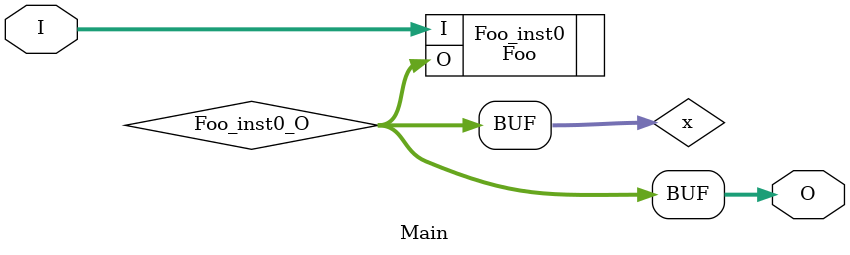
<source format=v>
module Main (input [4:0] I, output [4:0] O);
wire [4:0] Foo_inst0_O;
wire [4:0] x;
Foo Foo_inst0(.I(I), .O(Foo_inst0_O));
assign x = Foo_inst0_O;
assign O = x;
endmodule


</source>
